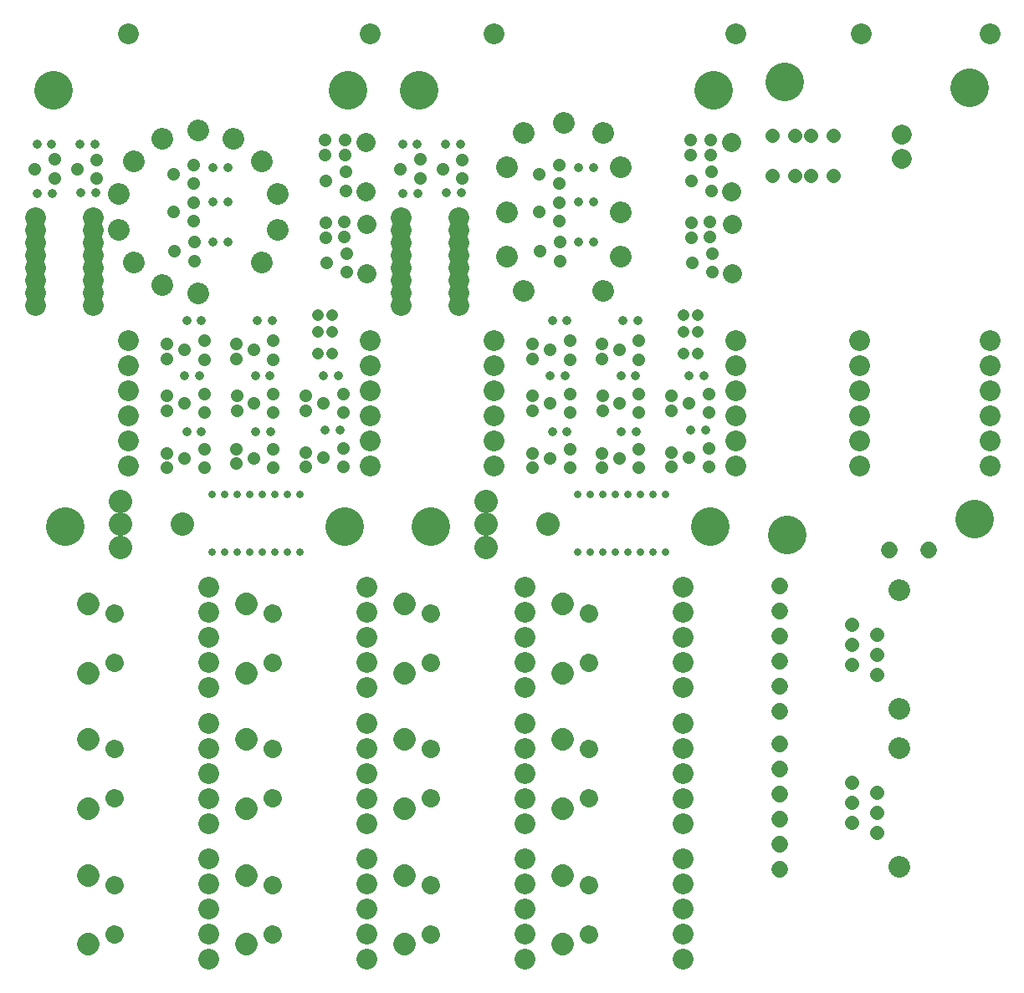
<source format=gbs>
%TF.GenerationSoftware,KiCad,Pcbnew,4.0.7*%
%TF.CreationDate,2017-11-16T22:40:33+08:00*%
%TF.ProjectId,nixie-tube-merged,6E697869652D747562652D6D65726765,rev?*%
%TF.FileFunction,Soldermask,Bot*%
%FSLAX46Y46*%
G04 Gerber Fmt 4.6, Leading zero omitted, Abs format (unit mm)*
G04 Created by KiCad (PCBNEW 4.0.7) date 11/16/17 22:40:33*
%MOMM*%
%LPD*%
G01*
G04 APERTURE LIST*
%ADD10C,0.100000*%
%ADD11C,1.850000*%
%ADD12C,2.300000*%
%ADD13C,2.100000*%
%ADD14C,2.200000*%
%ADD15C,1.400000*%
%ADD16C,1.700000*%
%ADD17C,1.200000*%
%ADD18C,3.900000*%
%ADD19C,1.300000*%
%ADD20C,0.900000*%
%ADD21C,0.740000*%
%ADD22C,2.140000*%
%ADD23C,2.400000*%
%ADD24C,1.924000*%
%ADD25C,2.000000*%
G04 APERTURE END LIST*
D10*
D11*
X9709990Y39300000D02*
X9709990Y39300000D01*
X9709990Y34299980D02*
X9709990Y34299980D01*
D12*
X7009990Y40300000D02*
X7009990Y40300000D01*
X7009990Y33299980D02*
X7009990Y33299980D01*
D13*
X19199990Y41949980D02*
X19199990Y41949980D01*
X19199990Y39409980D02*
X19199990Y39409980D01*
X19199990Y36869980D02*
X19199990Y36869980D01*
X19199990Y34329980D02*
X19199990Y34329980D01*
X19199990Y31789980D02*
X19199990Y31789980D01*
D11*
X9709990Y25549990D02*
X9709990Y25549990D01*
X9709990Y20550000D02*
X9709990Y20550000D01*
D12*
X7009990Y26549990D02*
X7009990Y26549990D01*
X7009990Y19550000D02*
X7009990Y19550000D01*
D13*
X19199990Y28199990D02*
X19199990Y28199990D01*
X19199990Y25659990D02*
X19199990Y25659990D01*
X19199990Y23119990D02*
X19199990Y23119990D01*
X19199990Y20579990D02*
X19199990Y20579990D01*
X19199990Y18039990D02*
X19199990Y18039990D01*
D11*
X9709990Y11799980D02*
X9709990Y11799980D01*
X9709990Y6799990D02*
X9709990Y6799990D01*
D12*
X7009990Y12800000D02*
X7009990Y12800000D01*
X7009990Y5799990D02*
X7009990Y5799990D01*
D13*
X19199990Y14449980D02*
X19199990Y14449980D01*
X19199990Y11909980D02*
X19199990Y11909980D01*
X19199990Y9369980D02*
X19199990Y9369980D01*
X19199990Y6829980D02*
X19199990Y6829980D01*
X19199990Y4289980D02*
X19199990Y4289980D01*
D11*
X25709980Y39300000D02*
X25709980Y39300000D01*
X25709980Y34299980D02*
X25709980Y34299980D01*
D12*
X23009990Y40300000D02*
X23009990Y40300000D01*
X23009990Y33299980D02*
X23009990Y33299980D01*
D13*
X35199980Y41949980D02*
X35199980Y41949980D01*
X35199980Y39409980D02*
X35199980Y39409980D01*
X35199980Y36869980D02*
X35199980Y36869980D01*
X35199980Y34329980D02*
X35199980Y34329980D01*
X35199980Y31789980D02*
X35199980Y31789980D01*
D11*
X25709980Y25549990D02*
X25709980Y25549990D01*
X25709980Y20550000D02*
X25709980Y20550000D01*
D12*
X23009990Y26549990D02*
X23009990Y26549990D01*
X23009990Y19550000D02*
X23009990Y19550000D01*
D13*
X35199980Y28199990D02*
X35199980Y28199990D01*
X35199980Y25659990D02*
X35199980Y25659990D01*
X35199980Y23119990D02*
X35199980Y23119990D01*
X35199980Y20579990D02*
X35199980Y20579990D01*
X35199980Y18039990D02*
X35199980Y18039990D01*
D11*
X25709980Y11799980D02*
X25709980Y11799980D01*
X25709980Y6799990D02*
X25709980Y6799990D01*
D12*
X23009990Y12800000D02*
X23009990Y12800000D01*
X23009990Y5799990D02*
X23009990Y5799990D01*
D13*
X35199980Y14449980D02*
X35199980Y14449980D01*
X35199980Y11909980D02*
X35199980Y11909980D01*
X35199980Y9369980D02*
X35199980Y9369980D01*
X35199980Y6829980D02*
X35199980Y6829980D01*
X35199980Y4289980D02*
X35199980Y4289980D01*
D11*
X41709980Y39300000D02*
X41709980Y39300000D01*
X41709980Y34299980D02*
X41709980Y34299980D01*
D12*
X39009980Y40300000D02*
X39009980Y40300000D01*
X39009980Y33299980D02*
X39009980Y33299980D01*
D13*
X51200000Y41949980D02*
X51200000Y41949980D01*
X51200000Y39409980D02*
X51200000Y39409980D01*
X51200000Y36869980D02*
X51200000Y36869980D01*
X51200000Y34329980D02*
X51200000Y34329980D01*
X51200000Y31789980D02*
X51200000Y31789980D01*
D11*
X41709980Y25549990D02*
X41709980Y25549990D01*
X41709980Y20550000D02*
X41709980Y20550000D01*
D12*
X39009980Y26549990D02*
X39009980Y26549990D01*
X39009980Y19550000D02*
X39009980Y19550000D01*
D13*
X51200000Y28199990D02*
X51200000Y28199990D01*
X51200000Y25659990D02*
X51200000Y25659990D01*
X51200000Y23119990D02*
X51200000Y23119990D01*
X51200000Y20579990D02*
X51200000Y20579990D01*
X51200000Y18039990D02*
X51200000Y18039990D01*
D11*
X41709980Y11799980D02*
X41709980Y11799980D01*
X41709980Y6799990D02*
X41709980Y6799990D01*
D12*
X39009980Y12800000D02*
X39009980Y12800000D01*
X39009980Y5799990D02*
X39009980Y5799990D01*
D13*
X51200000Y14449980D02*
X51200000Y14449980D01*
X51200000Y11909980D02*
X51200000Y11909980D01*
X51200000Y9369980D02*
X51200000Y9369980D01*
X51200000Y6829980D02*
X51200000Y6829980D01*
X51200000Y4289980D02*
X51200000Y4289980D01*
D11*
X57709990Y39300000D02*
X57709990Y39300000D01*
X57709990Y34299980D02*
X57709990Y34299980D01*
D12*
X55010000Y40300000D02*
X55010000Y40300000D01*
X55010000Y33299980D02*
X55010000Y33299980D01*
D13*
X67199990Y41949980D02*
X67199990Y41949980D01*
X67199990Y39409980D02*
X67199990Y39409980D01*
X67199990Y36869980D02*
X67199990Y36869980D01*
X67199990Y34329980D02*
X67199990Y34329980D01*
X67199990Y31789980D02*
X67199990Y31789980D01*
D11*
X57709990Y25549990D02*
X57709990Y25549990D01*
X57709990Y20550000D02*
X57709990Y20550000D01*
D12*
X55010000Y26549990D02*
X55010000Y26549990D01*
X55010000Y19550000D02*
X55010000Y19550000D01*
D13*
X67199990Y28199990D02*
X67199990Y28199990D01*
X67199990Y25659990D02*
X67199990Y25659990D01*
X67199990Y23119990D02*
X67199990Y23119990D01*
X67199990Y20579990D02*
X67199990Y20579990D01*
X67199990Y18039990D02*
X67199990Y18039990D01*
D11*
X57709990Y11799980D02*
X57709990Y11799980D01*
X57709990Y6799990D02*
X57709990Y6799990D01*
D12*
X55010000Y12800000D02*
X55010000Y12800000D01*
X55010000Y5799990D02*
X55010000Y5799990D01*
D13*
X67199990Y14449980D02*
X67199990Y14449980D01*
X67199990Y11909980D02*
X67199990Y11909980D01*
X67199990Y9369980D02*
X67199990Y9369980D01*
X67199990Y6829980D02*
X67199990Y6829980D01*
X67199990Y4289980D02*
X67199990Y4289980D01*
D14*
X89109980Y13649990D02*
X89109980Y13649990D01*
X89109980Y25649990D02*
X89109980Y25649990D01*
D15*
X86809990Y17110000D02*
X86809990Y17110000D01*
X84269990Y18124980D02*
X84269990Y18124980D01*
X86809990Y19139990D02*
X86809990Y19139990D01*
X84269990Y20154980D02*
X84269990Y20154980D01*
X86809990Y21169990D02*
X86809990Y21169990D01*
X84269990Y22184970D02*
X84269990Y22184970D01*
D16*
X77000000Y26049990D02*
X77000000Y26049990D01*
X77000000Y23509990D02*
X77000000Y23509990D01*
X77000000Y20969990D02*
X77000000Y20969990D01*
X77000000Y18429990D02*
X77000000Y18429990D01*
X77000000Y15889990D02*
X77000000Y15889990D01*
X77000000Y13349990D02*
X77000000Y13349990D01*
D14*
X89109980Y29649980D02*
X89109980Y29649980D01*
X89109980Y41649980D02*
X89109980Y41649980D01*
D15*
X86809990Y33109990D02*
X86809990Y33109990D01*
X84269990Y34124980D02*
X84269990Y34124980D01*
X86809990Y35139990D02*
X86809990Y35139990D01*
X84269990Y36155000D02*
X84269990Y36155000D01*
X86809990Y37169980D02*
X86809990Y37169980D01*
X84269990Y38184990D02*
X84269990Y38184990D01*
D16*
X77000000Y42049980D02*
X77000000Y42049980D01*
X77000000Y39509980D02*
X77000000Y39509980D01*
X77000000Y36969980D02*
X77000000Y36969980D01*
X77000000Y34429980D02*
X77000000Y34429980D01*
X77000000Y31889980D02*
X77000000Y31889980D01*
X77000000Y29349980D02*
X77000000Y29349980D01*
D17*
X31750000Y69499990D02*
X31750000Y69499990D01*
X30249980Y69499990D02*
X30249980Y69499990D01*
D18*
X33299980Y92299990D02*
X33299980Y92299990D01*
X3499990Y92299990D02*
X3499990Y92299990D01*
X4699990Y48099980D02*
X4699990Y48099980D01*
X33029980Y48099980D02*
X33029980Y48099980D01*
D14*
X18143140Y88214200D02*
X18143140Y88214200D01*
X14563600Y87397180D02*
X14563600Y87397180D01*
X11693040Y85107980D02*
X11693040Y85107980D01*
X10099980Y81799990D02*
X10099980Y81799990D01*
X10099980Y78128390D02*
X10099980Y78128390D01*
X11693040Y74820400D02*
X11693040Y74820400D01*
X14563600Y72531200D02*
X14563600Y72531200D01*
X18143140Y71714180D02*
X18143140Y71714180D01*
X24593250Y74820400D02*
X24593250Y74820400D01*
X26186310Y78128390D02*
X26186310Y78128390D01*
X26186310Y81799990D02*
X26186310Y81799990D01*
X24593250Y85107980D02*
X24593250Y85107980D01*
X21722690Y87397180D02*
X21722690Y87397180D01*
D19*
X3599990Y85299980D02*
X3599990Y85299980D01*
X3599990Y83399990D02*
X3599990Y83399990D01*
X1600000Y84350000D02*
X1600000Y84350000D01*
D17*
X30249980Y65649980D02*
X30249980Y65649980D01*
X31750000Y65649980D02*
X31750000Y65649980D01*
D13*
X11099980Y97999980D02*
X11099980Y97999980D01*
D19*
X7874990Y85274990D02*
X7874990Y85274990D01*
X7874990Y83374990D02*
X7874990Y83374990D01*
X5874990Y84324980D02*
X5874990Y84324980D01*
X25749990Y66949980D02*
X25749990Y66949980D01*
X25749990Y65049980D02*
X25749990Y65049980D01*
X23749990Y66000000D02*
X23749990Y66000000D01*
X18749980Y55999990D02*
X18749980Y55999990D01*
X18749980Y54099990D02*
X18749980Y54099990D01*
X16749980Y55049980D02*
X16749980Y55049980D01*
X18749980Y61574980D02*
X18749980Y61574980D01*
X18749980Y59674990D02*
X18749980Y59674990D01*
X16749980Y60625000D02*
X16749980Y60625000D01*
X32799990Y56075000D02*
X32799990Y56075000D01*
X32799990Y54175000D02*
X32799990Y54175000D01*
X30799990Y55124990D02*
X30799990Y55124990D01*
X18749980Y66949980D02*
X18749980Y66949980D01*
X18749980Y65049980D02*
X18749980Y65049980D01*
X16749980Y66000000D02*
X16749980Y66000000D01*
X25749990Y55999990D02*
X25749990Y55999990D01*
X25749990Y54099990D02*
X25749990Y54099990D01*
X23749990Y55049980D02*
X23749990Y55049980D01*
X32799990Y61574980D02*
X32799990Y61574980D01*
X32799990Y59674990D02*
X32799990Y59674990D01*
X30799990Y60625000D02*
X30799990Y60625000D01*
X25749990Y61574980D02*
X25749990Y61574980D01*
X25749990Y59674990D02*
X25749990Y59674990D01*
X23749990Y60625000D02*
X23749990Y60625000D01*
X17749980Y76949990D02*
X17749980Y76949990D01*
X17749980Y75049990D02*
X17749980Y75049990D01*
X15749980Y75999980D02*
X15749980Y75999980D01*
X17649980Y80949980D02*
X17649980Y80949980D01*
X17649980Y79049980D02*
X17649980Y79049980D01*
X15649980Y79999990D02*
X15649980Y79999990D01*
X17649980Y84750000D02*
X17649980Y84750000D01*
X17649980Y82850000D02*
X17649980Y82850000D01*
X15649980Y83799980D02*
X15649980Y83799980D01*
X33150000Y75799980D02*
X33150000Y75799980D01*
X33150000Y73899980D02*
X33150000Y73899980D01*
X31149980Y74849990D02*
X31149980Y74849990D01*
D20*
X7724980Y81924980D02*
X7724980Y81924980D01*
X6224980Y81924980D02*
X6224980Y81924980D01*
X3349980Y81849980D02*
X3349980Y81849980D01*
X1849980Y81849980D02*
X1849980Y81849980D01*
D19*
X28999990Y55649980D02*
X28999990Y55649980D01*
X28999990Y54149980D02*
X28999990Y54149980D01*
X21949990Y66599990D02*
X21949990Y66599990D01*
X21949990Y65100000D02*
X21949990Y65100000D01*
X14949980Y55575000D02*
X14949980Y55575000D01*
X14949980Y54075000D02*
X14949980Y54075000D01*
X14949980Y61374990D02*
X14949980Y61374990D01*
X14949980Y59874990D02*
X14949980Y59874990D01*
X14949980Y66599990D02*
X14949980Y66599990D01*
X14949980Y65100000D02*
X14949980Y65100000D01*
X28999990Y61374990D02*
X28999990Y61374990D01*
X28999990Y59874990D02*
X28999990Y59874990D01*
D20*
X21099980Y77000000D02*
X21099980Y77000000D01*
X19599990Y77000000D02*
X19599990Y77000000D01*
X21099980Y81049980D02*
X21099980Y81049980D01*
X19599990Y81049980D02*
X19599990Y81049980D01*
X21099980Y84499980D02*
X21099980Y84499980D01*
X19599990Y84499980D02*
X19599990Y84499980D01*
X7674990Y86825000D02*
X7674990Y86825000D01*
X6174990Y86825000D02*
X6174990Y86825000D01*
X24099980Y68999990D02*
X24099980Y68999990D01*
X25600000Y68999990D02*
X25600000Y68999990D01*
X1800000Y86849990D02*
X1800000Y86849990D01*
X3299990Y86849990D02*
X3299990Y86849990D01*
X16949980Y57750000D02*
X16949980Y57750000D01*
X18449980Y57750000D02*
X18449980Y57750000D01*
X16749980Y63374980D02*
X16749980Y63374980D01*
X18249980Y63374980D02*
X18249980Y63374980D01*
X30999990Y57874990D02*
X30999990Y57874990D01*
X32499990Y57874990D02*
X32499990Y57874990D01*
X16949980Y68999990D02*
X16949980Y68999990D01*
X18449980Y68999990D02*
X18449980Y68999990D01*
X23949990Y57724980D02*
X23949990Y57724980D01*
X25449990Y57724980D02*
X25449990Y57724980D01*
X30799990Y63374980D02*
X30799990Y63374980D01*
X32299990Y63374980D02*
X32299990Y63374980D01*
X23899980Y63374980D02*
X23899980Y63374980D01*
X25400000Y63374980D02*
X25400000Y63374980D01*
D19*
X31049980Y77400000D02*
X31049980Y77400000D01*
X31049980Y78899990D02*
X31049980Y78899990D01*
X32950000Y78949980D02*
X32950000Y78949980D01*
X32950000Y77449980D02*
X32950000Y77449980D01*
D21*
X19489980Y51430000D02*
X19489980Y51430000D01*
X20759980Y51430000D02*
X20759980Y51430000D01*
X22029980Y51430000D02*
X22029980Y51430000D01*
X23299980Y51430000D02*
X23299980Y51430000D01*
X24569980Y51430000D02*
X24569980Y51430000D01*
X25839980Y51430000D02*
X25839980Y51430000D01*
X27109980Y51430000D02*
X27109980Y51430000D01*
X27109980Y45580000D02*
X27109980Y45580000D01*
X25839980Y45580000D02*
X25839980Y45580000D01*
X24569980Y45580000D02*
X24569980Y45580000D01*
X23299980Y45580000D02*
X23299980Y45580000D01*
X22029980Y45580000D02*
X22029980Y45580000D01*
X20759980Y45580000D02*
X20759980Y45580000D01*
X19489980Y45580000D02*
X19489980Y45580000D01*
X28379980Y51430000D02*
X28379980Y51430000D01*
X28379980Y45580000D02*
X28379980Y45580000D01*
D22*
X7499990Y79419980D02*
X7499990Y79419980D01*
X7499990Y78149980D02*
X7499990Y78149980D01*
X7499990Y76879980D02*
X7499990Y76879980D01*
X7499990Y75609980D02*
X7499990Y75609980D01*
X7499990Y74339980D02*
X7499990Y74339980D01*
X7499990Y73069980D02*
X7499990Y73069980D01*
X7499990Y71799980D02*
X7499990Y71799980D01*
X1649980Y71799980D02*
X1649980Y71799980D01*
X1649980Y73069980D02*
X1649980Y73069980D01*
X1649980Y74339980D02*
X1649980Y74339980D01*
X1649980Y75609980D02*
X1649980Y75609980D01*
X1649980Y76879980D02*
X1649980Y76879980D01*
X1649980Y78149980D02*
X1649980Y78149980D01*
X1649980Y79419980D02*
X1649980Y79419980D01*
X7499990Y70529980D02*
X7499990Y70529980D01*
X1649980Y70529980D02*
X1649980Y70529980D01*
D19*
X33050000Y84050000D02*
X33050000Y84050000D01*
X33050000Y82149980D02*
X33050000Y82149980D01*
X31049980Y83099990D02*
X31049980Y83099990D01*
X30999990Y85799980D02*
X30999990Y85799980D01*
X30999990Y87299980D02*
X30999990Y87299980D01*
X32999980Y87299980D02*
X32999980Y87299980D01*
X32999980Y85799980D02*
X32999980Y85799980D01*
D13*
X11099980Y66999990D02*
X11099980Y66999990D01*
X11099980Y64459990D02*
X11099980Y64459990D01*
X11099980Y61919990D02*
X11099980Y61919990D01*
X11099980Y59379990D02*
X11099980Y59379990D01*
X11099980Y56839990D02*
X11099980Y56839990D01*
X11099980Y54299990D02*
X11099980Y54299990D01*
D17*
X31750000Y67799990D02*
X31750000Y67799990D01*
X30249980Y67799990D02*
X30249980Y67799990D01*
D19*
X21949990Y55999990D02*
X21949990Y55999990D01*
X21949990Y54499990D02*
X21949990Y54499990D01*
X22099980Y61374990D02*
X22099980Y61374990D01*
X22099980Y59874990D02*
X22099980Y59874990D01*
D23*
X16599990Y48299980D02*
X16599990Y48299980D01*
X10299980Y48299980D02*
X10299980Y48299980D01*
X10299980Y50599980D02*
X10299980Y50599980D01*
X10299980Y45999980D02*
X10299980Y45999980D01*
D13*
X35549990Y97999980D02*
X35549990Y97999980D01*
X35499980Y66999990D02*
X35499980Y66999990D01*
X35499980Y64459990D02*
X35499980Y64459990D01*
X35499980Y61919990D02*
X35499980Y61919990D01*
X35499980Y59379990D02*
X35499980Y59379990D01*
X35499980Y56839990D02*
X35499980Y56839990D01*
X35499980Y54299990D02*
X35499980Y54299990D01*
D24*
X35199980Y78700000D02*
X35199980Y78700000D01*
X35199980Y73699980D02*
X35199980Y73699980D01*
X35149990Y87049990D02*
X35149990Y87049990D01*
X35149990Y82049980D02*
X35149990Y82049980D01*
D14*
X60893150Y84464190D02*
X60893150Y84464190D01*
X60893150Y79964180D02*
X60893150Y79964180D01*
X60893150Y75464190D02*
X60893150Y75464190D01*
X49393140Y84464190D02*
X49393140Y84464190D01*
X49393140Y79964180D02*
X49393140Y79964180D01*
X49393140Y75464190D02*
X49393140Y75464190D01*
X51143150Y87964190D02*
X51143150Y87964190D01*
X59143140Y87964190D02*
X59143140Y87964190D01*
X51143150Y71964190D02*
X51143150Y71964190D01*
X59143140Y71964190D02*
X59143140Y71964190D01*
X55143150Y88964190D02*
X55143150Y88964190D01*
D23*
X53599990Y48299980D02*
X53599990Y48299980D01*
X47299980Y48299980D02*
X47299980Y48299980D01*
X47299980Y50599980D02*
X47299980Y50599980D01*
X47299980Y45999980D02*
X47299980Y45999980D01*
D17*
X68749980Y67799990D02*
X68749980Y67799990D01*
X67249980Y67799990D02*
X67249980Y67799990D01*
D19*
X69999990Y87299980D02*
X69999990Y87299980D01*
X69999990Y85799980D02*
X69999990Y85799980D01*
X67999990Y85799980D02*
X67999990Y85799980D01*
X67999990Y87299980D02*
X67999990Y87299980D01*
X70050000Y84050000D02*
X70050000Y84050000D01*
X70050000Y82149980D02*
X70050000Y82149980D01*
X68049980Y83099990D02*
X68049980Y83099990D01*
D22*
X44499990Y79419980D02*
X44499990Y79419980D01*
X44499990Y78149980D02*
X44499990Y78149980D01*
X44499990Y76879980D02*
X44499990Y76879980D01*
X44499990Y75609980D02*
X44499990Y75609980D01*
X44499990Y74339980D02*
X44499990Y74339980D01*
X44499990Y73069980D02*
X44499990Y73069980D01*
X44499990Y71799980D02*
X44499990Y71799980D01*
X38649990Y71799980D02*
X38649990Y71799980D01*
X38649990Y73069980D02*
X38649990Y73069980D01*
X38649990Y74339980D02*
X38649990Y74339980D01*
X38649990Y75609980D02*
X38649990Y75609980D01*
X38649990Y76879980D02*
X38649990Y76879980D01*
X38649990Y78149980D02*
X38649990Y78149980D01*
X38649990Y79419980D02*
X38649990Y79419980D01*
X44499990Y70529980D02*
X44499990Y70529980D01*
X38649990Y70529980D02*
X38649990Y70529980D01*
D21*
X56489980Y51430000D02*
X56489980Y51430000D01*
X57759980Y51430000D02*
X57759980Y51430000D01*
X59029980Y51430000D02*
X59029980Y51430000D01*
X60299980Y51430000D02*
X60299980Y51430000D01*
X61569980Y51430000D02*
X61569980Y51430000D01*
X62839980Y51430000D02*
X62839980Y51430000D01*
X64109980Y51430000D02*
X64109980Y51430000D01*
X64109980Y45580000D02*
X64109980Y45580000D01*
X62839980Y45580000D02*
X62839980Y45580000D01*
X61569980Y45580000D02*
X61569980Y45580000D01*
X60299980Y45580000D02*
X60299980Y45580000D01*
X59029980Y45580000D02*
X59029980Y45580000D01*
X57759980Y45580000D02*
X57759980Y45580000D01*
X56489980Y45580000D02*
X56489980Y45580000D01*
X65379980Y51430000D02*
X65379980Y51430000D01*
X65379980Y45580000D02*
X65379980Y45580000D01*
D19*
X69950000Y78949980D02*
X69950000Y78949980D01*
X69950000Y77449980D02*
X69950000Y77449980D01*
X68049980Y77400000D02*
X68049980Y77400000D01*
X68049980Y78899990D02*
X68049980Y78899990D01*
D20*
X60899980Y63374980D02*
X60899980Y63374980D01*
X62399980Y63374980D02*
X62399980Y63374980D01*
X67799990Y63374980D02*
X67799990Y63374980D01*
X69299990Y63374980D02*
X69299990Y63374980D01*
X60949990Y57724980D02*
X60949990Y57724980D01*
X62449990Y57724980D02*
X62449990Y57724980D01*
X53949980Y68999990D02*
X53949980Y68999990D01*
X55449980Y68999990D02*
X55449980Y68999990D01*
X67999990Y57874990D02*
X67999990Y57874990D01*
X69499990Y57874990D02*
X69499990Y57874990D01*
X53749980Y63374980D02*
X53749980Y63374980D01*
X55249980Y63374980D02*
X55249980Y63374980D01*
X53949980Y57750000D02*
X53949980Y57750000D01*
X55449980Y57750000D02*
X55449980Y57750000D01*
X38800000Y86849990D02*
X38800000Y86849990D01*
X40300000Y86849990D02*
X40300000Y86849990D01*
X61099980Y68999990D02*
X61099980Y68999990D01*
X62599980Y68999990D02*
X62599980Y68999990D01*
X44674990Y86825000D02*
X44674990Y86825000D01*
X43175000Y86825000D02*
X43175000Y86825000D01*
X58099990Y84499980D02*
X58099990Y84499980D01*
X56599990Y84499980D02*
X56599990Y84499980D01*
X58099990Y81049980D02*
X58099990Y81049980D01*
X56599990Y81049980D02*
X56599990Y81049980D01*
X58099990Y77000000D02*
X58099990Y77000000D01*
X56599990Y77000000D02*
X56599990Y77000000D01*
D19*
X66000000Y61374990D02*
X66000000Y61374990D01*
X66000000Y59874990D02*
X66000000Y59874990D01*
X51949990Y66599990D02*
X51949990Y66599990D01*
X51949990Y65100000D02*
X51949990Y65100000D01*
X51949990Y61374990D02*
X51949990Y61374990D01*
X51949990Y59874990D02*
X51949990Y59874990D01*
X51949990Y55575000D02*
X51949990Y55575000D01*
X51949990Y54075000D02*
X51949990Y54075000D01*
X58950000Y66599990D02*
X58950000Y66599990D01*
X58950000Y65100000D02*
X58950000Y65100000D01*
X59099980Y61374990D02*
X59099980Y61374990D01*
X59099980Y59874990D02*
X59099980Y59874990D01*
X58950000Y55575000D02*
X58950000Y55575000D01*
X58950000Y54075000D02*
X58950000Y54075000D01*
X66000000Y55649980D02*
X66000000Y55649980D01*
X66000000Y54149980D02*
X66000000Y54149980D01*
D20*
X40349980Y81849980D02*
X40349980Y81849980D01*
X38849990Y81849980D02*
X38849990Y81849980D01*
X44724980Y81924980D02*
X44724980Y81924980D01*
X43224980Y81924980D02*
X43224980Y81924980D01*
D19*
X70150000Y75799980D02*
X70150000Y75799980D01*
X70150000Y73899980D02*
X70150000Y73899980D01*
X68149980Y74849990D02*
X68149980Y74849990D01*
X54649980Y84750000D02*
X54649980Y84750000D01*
X54649980Y82850000D02*
X54649980Y82850000D01*
X52649980Y83799980D02*
X52649980Y83799980D01*
X54649980Y80949980D02*
X54649980Y80949980D01*
X54649980Y79049980D02*
X54649980Y79049980D01*
X52649980Y79999990D02*
X52649980Y79999990D01*
X54749980Y76949990D02*
X54749980Y76949990D01*
X54749980Y75049990D02*
X54749980Y75049990D01*
X52749980Y75999980D02*
X52749980Y75999980D01*
X62749990Y61574980D02*
X62749990Y61574980D01*
X62749990Y59674990D02*
X62749990Y59674990D01*
X60749990Y60625000D02*
X60749990Y60625000D01*
X69799990Y61574980D02*
X69799990Y61574980D01*
X69799990Y59674990D02*
X69799990Y59674990D01*
X67799990Y60625000D02*
X67799990Y60625000D01*
X62749990Y55999990D02*
X62749990Y55999990D01*
X62749990Y54099990D02*
X62749990Y54099990D01*
X60749990Y55049980D02*
X60749990Y55049980D01*
X55749980Y66949980D02*
X55749980Y66949980D01*
X55749980Y65049980D02*
X55749980Y65049980D01*
X53749980Y66000000D02*
X53749980Y66000000D01*
X69799990Y56075000D02*
X69799990Y56075000D01*
X69799990Y54175000D02*
X69799990Y54175000D01*
X67799990Y55124990D02*
X67799990Y55124990D01*
X55749980Y61574980D02*
X55749980Y61574980D01*
X55749980Y59674990D02*
X55749980Y59674990D01*
X53749980Y60625000D02*
X53749980Y60625000D01*
X55749980Y55999990D02*
X55749980Y55999990D01*
X55749980Y54099990D02*
X55749980Y54099990D01*
X53749980Y55049980D02*
X53749980Y55049980D01*
X62749990Y66949980D02*
X62749990Y66949980D01*
X62749990Y65049980D02*
X62749990Y65049980D01*
X60749990Y66000000D02*
X60749990Y66000000D01*
X44874990Y85274990D02*
X44874990Y85274990D01*
X44874990Y83374990D02*
X44874990Y83374990D01*
X42875000Y84324980D02*
X42875000Y84324980D01*
D17*
X67249980Y65649980D02*
X67249980Y65649980D01*
X68749980Y65649980D02*
X68749980Y65649980D01*
D19*
X40600000Y85299980D02*
X40600000Y85299980D01*
X40600000Y83399990D02*
X40600000Y83399990D01*
X38600000Y84350000D02*
X38600000Y84350000D01*
D18*
X70029980Y48099980D02*
X70029980Y48099980D01*
X41699990Y48099980D02*
X41699990Y48099980D01*
X40500000Y92299990D02*
X40500000Y92299990D01*
X70299990Y92299990D02*
X70299990Y92299990D01*
D17*
X68749980Y69499990D02*
X68749980Y69499990D01*
X67249980Y69499990D02*
X67249980Y69499990D01*
D24*
X72150000Y87049990D02*
X72150000Y87049990D01*
X72150000Y82049980D02*
X72150000Y82049980D01*
X72199980Y78700000D02*
X72199980Y78700000D01*
X72199980Y73699980D02*
X72199980Y73699980D01*
D13*
X48099980Y66999990D02*
X48099980Y66999990D01*
X48099980Y64459990D02*
X48099980Y64459990D01*
X48099980Y61919990D02*
X48099980Y61919990D01*
X48099980Y59379990D02*
X48099980Y59379990D01*
X48099980Y56839990D02*
X48099980Y56839990D01*
X48099980Y54299990D02*
X48099980Y54299990D01*
X72499980Y66999990D02*
X72499980Y66999990D01*
X72499980Y64459990D02*
X72499980Y64459990D01*
X72499980Y61919990D02*
X72499980Y61919990D01*
X72499980Y59379990D02*
X72499980Y59379990D01*
X72499980Y56839990D02*
X72499980Y56839990D01*
X72499980Y54299990D02*
X72499980Y54299990D01*
X72549990Y97999980D02*
X72549990Y97999980D01*
X48099980Y97999980D02*
X48099980Y97999980D01*
D15*
X76219990Y87699980D02*
X76219990Y87699980D01*
X82419980Y87699980D02*
X82419980Y87699980D01*
X78519990Y87699980D02*
X78519990Y87699980D01*
X80119980Y87699980D02*
X80119980Y87699980D01*
X76269980Y83680000D02*
X76269980Y83680000D01*
X82469990Y83680000D02*
X82469990Y83680000D01*
X78570000Y83680000D02*
X78570000Y83680000D01*
X80169990Y83680000D02*
X80169990Y83680000D01*
D18*
X96779990Y48879990D02*
X96779990Y48879990D01*
X77800000Y47199980D02*
X77800000Y47199980D01*
X96199990Y92499990D02*
X96199990Y92499990D01*
X77500000Y93099990D02*
X77500000Y93099990D01*
D25*
X89400000Y87825000D02*
X89400000Y87825000D01*
X89400000Y85324980D02*
X89400000Y85324980D01*
D16*
X88130000Y45689980D02*
X88130000Y45689980D01*
X92129990Y45689980D02*
X92129990Y45689980D01*
D13*
X85199980Y97999980D02*
X85199980Y97999980D01*
X98249990Y66999990D02*
X98249990Y66999990D01*
X98249990Y64459990D02*
X98249990Y64459990D01*
X98249990Y61919990D02*
X98249990Y61919990D01*
X98249990Y59379990D02*
X98249990Y59379990D01*
X98249990Y56839990D02*
X98249990Y56839990D01*
X98249990Y54299990D02*
X98249990Y54299990D01*
X85099980Y66999990D02*
X85099980Y66999990D01*
X85099980Y64459990D02*
X85099980Y64459990D01*
X85099980Y61919990D02*
X85099980Y61919990D01*
X85099980Y59379990D02*
X85099980Y59379990D01*
X85099980Y56839990D02*
X85099980Y56839990D01*
X85099980Y54299990D02*
X85099980Y54299990D01*
X98249990Y97999980D02*
X98249990Y97999980D01*
M02*

</source>
